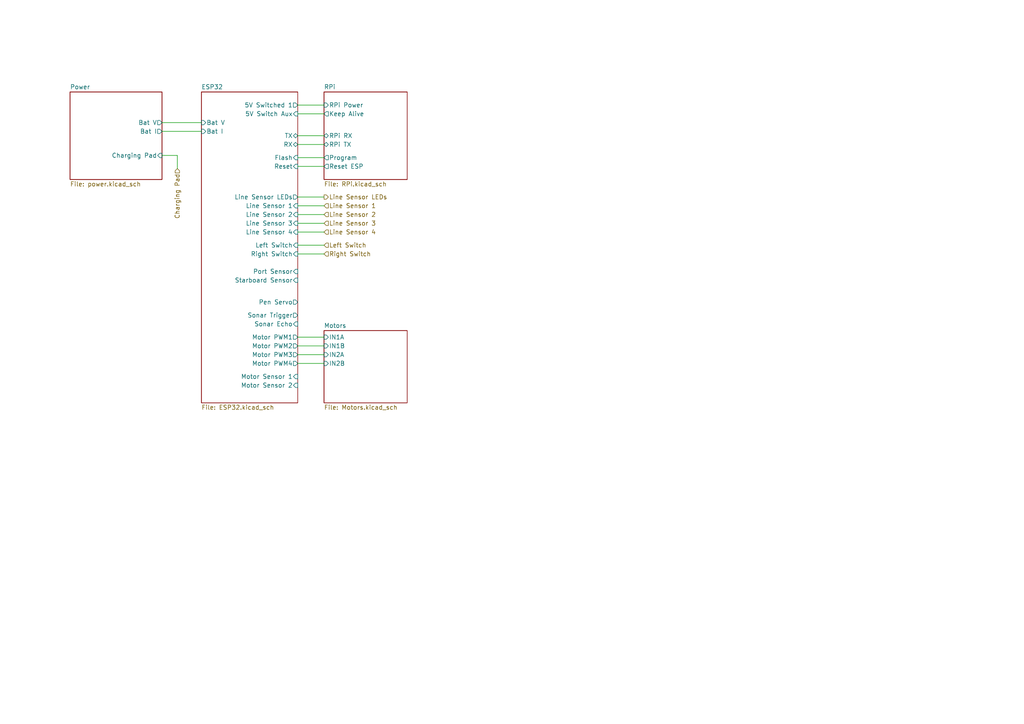
<source format=kicad_sch>
(kicad_sch (version 20210621) (generator eeschema)
  (paper "A4")
  (lib_symbols)
  (wire (pts (xy 46.99 35.56) (xy 58.42 35.56)))
  (wire (pts (xy 46.99 38.1) (xy 58.42 38.1)))
  (wire (pts (xy 46.99 45.085) (xy 51.435 45.085)))
  (wire (pts (xy 51.435 45.085) (xy 51.435 48.895)))
  (wire (pts (xy 86.36 30.48) (xy 93.98 30.48)))
  (wire (pts (xy 86.36 33.02) (xy 93.98 33.02)))
  (wire (pts (xy 86.36 39.37) (xy 93.98 39.37)))
  (wire (pts (xy 86.36 41.91) (xy 93.98 41.91)))
  (wire (pts (xy 86.36 45.72) (xy 93.98 45.72)))
  (wire (pts (xy 86.36 48.26) (xy 93.98 48.26)))
  (wire (pts (xy 86.36 57.15) (xy 93.98 57.15)))
  (wire (pts (xy 86.36 59.69) (xy 93.98 59.69)))
  (wire (pts (xy 86.36 62.23) (xy 93.98 62.23)))
  (wire (pts (xy 86.36 64.77) (xy 93.98 64.77)))
  (wire (pts (xy 86.36 67.31) (xy 93.98 67.31)))
  (wire (pts (xy 86.36 71.12) (xy 93.98 71.12)))
  (wire (pts (xy 86.36 73.66) (xy 93.98 73.66)))
  (wire (pts (xy 86.36 97.79) (xy 93.98 97.79)))
  (wire (pts (xy 86.36 100.33) (xy 93.98 100.33)))
  (wire (pts (xy 86.36 102.87) (xy 93.98 102.87)))
  (wire (pts (xy 86.36 105.41) (xy 93.98 105.41)))
  (hierarchical_label "Charging Pad" (shape input) (at 51.435 48.895 270))
  (hierarchical_label "Line Sensor LEDs" (shape output) (at 93.98 57.15 0))
  (hierarchical_label "Line Sensor 1" (shape input) (at 93.98 59.69 0))
  (hierarchical_label "Line Sensor 2" (shape input) (at 93.98 62.23 0))
  (hierarchical_label "Line Sensor 3" (shape input) (at 93.98 64.77 0))
  (hierarchical_label "Line Sensor 4" (shape input) (at 93.98 67.31 0))
  (hierarchical_label "Left Switch" (shape input) (at 93.98 71.12 0))
  (hierarchical_label "Right Switch" (shape input) (at 93.98 73.66 0))
  (sheet (at 58.42 26.67) (size 27.94 90.17) (stroke (width 0.1524))
    (property "Sheet name" "ESP32" (at 58.42 25.9584 0) (effects (justify left bottom)))
    (property "Sheet file" "ESP32.kicad_sch" (at 58.42 117.4246 0) (effects (justify left top)))
    (pin "Flash" input (at 86.36 45.72 0))
    (pin "TX" bidirectional (at 86.36 39.37 0))
    (pin "RX" bidirectional (at 86.36 41.91 0))
    (pin "Reset" input (at 86.36 48.26 0))
    (pin "5V Switched 1" output (at 86.36 30.48 0))
    (pin "5V Switch Aux" input (at 86.36 33.02 0))
    (pin "Motor PWM3" output (at 86.36 102.87 0))
    (pin "Motor PWM2" output (at 86.36 100.33 0))
    (pin "Motor PWM1" output (at 86.36 97.79 0))
    (pin "Motor PWM4" output (at 86.36 105.41 0))
    (pin "Motor Sensor 2" input (at 86.36 111.76 0))
    (pin "Motor Sensor 1" input (at 86.36 109.22 0))
    (pin "Sonar Trigger" output (at 86.36 91.44 0))
    (pin "Sonar Echo" input (at 86.36 93.98 0))
    (pin "Line Sensor LEDs" output (at 86.36 57.15 0))
    (pin "Port Sensor" input (at 86.36 78.74 0))
    (pin "Starboard Sensor" input (at 86.36 81.28 0))
    (pin "Line Sensor 3" input (at 86.36 64.77 0))
    (pin "Line Sensor 4" input (at 86.36 67.31 0))
    (pin "Pen Servo" output (at 86.36 87.63 0))
    (pin "Line Sensor 1" input (at 86.36 59.69 0))
    (pin "Line Sensor 2" input (at 86.36 62.23 0))
    (pin "Bat V" input (at 58.42 35.56 180))
    (pin "Bat I" input (at 58.42 38.1 180))
    (pin "Left Switch" input (at 86.36 71.12 0))
    (pin "Right Switch" input (at 86.36 73.66 0))
  )
  (sheet (at 93.98 95.885) (size 24.13 20.955) (stroke (width 0.1524))
    (property "Sheet name" "Motors" (at 93.98 95.1734 0) (effects (justify left bottom)))
    (property "Sheet file" "Motors.kicad_sch" (at 93.98 117.4246 0) (effects (justify left top)))
    (pin "IN1A" input (at 93.98 97.79 180))
    (pin "IN1B" input (at 93.98 100.33 180))
    (pin "IN2A" input (at 93.98 102.87 180))
    (pin "IN2B" input (at 93.98 105.41 180))
  )
  (sheet (at 20.32 26.67) (size 26.67 25.4) (stroke (width 0.1524))
    (property "Sheet name" "Power" (at 20.32 25.9584 0) (effects (justify left bottom)))
    (property "Sheet file" "power.kicad_sch" (at 20.32 52.6546 0) (effects (justify left top)))
    (pin "Bat V" output (at 46.99 35.56 0))
    (pin "Bat I" output (at 46.99 38.1 0))
    (pin "Charging Pad" input (at 46.99 45.085 0))
  )
  (sheet (at 93.98 26.67) (size 24.13 25.4) (stroke (width 0.1524))
    (property "Sheet name" "RPi" (at 93.98 25.9584 0) (effects (justify left bottom)))
    (property "Sheet file" "RPi.kicad_sch" (at 93.98 52.6546 0) (effects (justify left top)))
    (pin "RPi Power" input (at 93.98 30.48 180))
    (pin "RPi RX" bidirectional (at 93.98 39.37 180))
    (pin "RPi TX" bidirectional (at 93.98 41.91 180))
    (pin "Keep Alive" output (at 93.98 33.02 180))
    (pin "Reset ESP" output (at 93.98 48.26 180))
    (pin "Program" output (at 93.98 45.72 180))
  )
)
</source>
